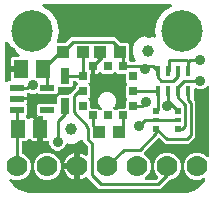
<source format=gbr>
G04 EAGLE Gerber RS-274X export*
G75*
%MOMM*%
%FSLAX34Y34*%
%LPD*%
%INTop Copper*%
%IPPOS*%
%AMOC8*
5,1,8,0,0,1.08239X$1,22.5*%
G01*
%ADD10C,3.516000*%
%ADD11C,1.000000*%
%ADD12R,1.240000X1.500000*%
%ADD13R,1.200000X0.550000*%
%ADD14R,1.075000X1.000000*%
%ADD15R,0.450000X0.900000*%
%ADD16R,0.500000X0.500000*%
%ADD17R,0.500000X0.400000*%
%ADD18R,0.650000X0.700000*%
%ADD19R,0.650000X0.650000*%
%ADD20R,0.800000X1.350000*%
%ADD21C,1.778000*%
%ADD22C,0.906400*%
%ADD23C,0.254000*%

G36*
X150961Y2551D02*
X150961Y2551D01*
X151044Y2552D01*
X151118Y2571D01*
X151141Y2574D01*
X152416Y2541D01*
X152426Y2542D01*
X152449Y2541D01*
X152521Y2541D01*
X152539Y2543D01*
X152588Y2543D01*
X155850Y2715D01*
X155918Y2727D01*
X155987Y2730D01*
X156144Y2766D01*
X162431Y4632D01*
X162540Y4680D01*
X162651Y4721D01*
X162704Y4752D01*
X162722Y4760D01*
X162738Y4773D01*
X162790Y4803D01*
X168193Y8521D01*
X168281Y8600D01*
X168375Y8673D01*
X168415Y8719D01*
X168430Y8733D01*
X168442Y8750D01*
X168481Y8795D01*
X171928Y13293D01*
X172001Y13418D01*
X172078Y13542D01*
X172082Y13555D01*
X172089Y13567D01*
X172128Y13707D01*
X172171Y13846D01*
X172172Y13860D01*
X172176Y13873D01*
X172179Y14019D01*
X172186Y14164D01*
X172184Y14177D01*
X172184Y14191D01*
X172151Y14334D01*
X172122Y14475D01*
X172116Y14487D01*
X172113Y14501D01*
X172046Y14631D01*
X171982Y14761D01*
X171973Y14771D01*
X171967Y14784D01*
X171871Y14892D01*
X171776Y15003D01*
X171765Y15011D01*
X171755Y15021D01*
X171634Y15103D01*
X171516Y15186D01*
X171503Y15191D01*
X171491Y15199D01*
X171354Y15247D01*
X171219Y15299D01*
X171205Y15300D01*
X171192Y15305D01*
X171048Y15318D01*
X170902Y15334D01*
X170889Y15332D01*
X170875Y15333D01*
X170732Y15310D01*
X170588Y15289D01*
X170570Y15283D01*
X170561Y15282D01*
X170545Y15275D01*
X170435Y15237D01*
X167374Y13969D01*
X162826Y13969D01*
X158625Y15709D01*
X155409Y18925D01*
X153669Y23126D01*
X153669Y27674D01*
X155409Y31875D01*
X158625Y35091D01*
X162826Y36831D01*
X167374Y36831D01*
X171575Y35091D01*
X173093Y33573D01*
X173202Y33488D01*
X173309Y33399D01*
X173328Y33390D01*
X173344Y33378D01*
X173472Y33323D01*
X173597Y33264D01*
X173617Y33260D01*
X173636Y33252D01*
X173774Y33230D01*
X173910Y33204D01*
X173930Y33205D01*
X173950Y33202D01*
X174089Y33215D01*
X174227Y33224D01*
X174246Y33230D01*
X174266Y33232D01*
X174398Y33279D01*
X174529Y33322D01*
X174547Y33332D01*
X174566Y33339D01*
X174681Y33417D01*
X174798Y33492D01*
X174812Y33506D01*
X174829Y33518D01*
X174921Y33622D01*
X175016Y33723D01*
X175026Y33741D01*
X175039Y33756D01*
X175103Y33880D01*
X175170Y34002D01*
X175175Y34021D01*
X175184Y34039D01*
X175214Y34175D01*
X175249Y34310D01*
X175251Y34338D01*
X175254Y34350D01*
X175253Y34370D01*
X175259Y34470D01*
X175259Y92343D01*
X175242Y92481D01*
X175229Y92619D01*
X175222Y92638D01*
X175219Y92658D01*
X175168Y92788D01*
X175121Y92918D01*
X175110Y92935D01*
X175102Y92954D01*
X175021Y93066D01*
X174943Y93181D01*
X174927Y93195D01*
X174916Y93211D01*
X174808Y93300D01*
X174704Y93392D01*
X174686Y93401D01*
X174671Y93414D01*
X174545Y93473D01*
X174421Y93537D01*
X174401Y93541D01*
X174383Y93550D01*
X174246Y93576D01*
X174111Y93606D01*
X174090Y93606D01*
X174071Y93609D01*
X173932Y93601D01*
X173793Y93597D01*
X173773Y93591D01*
X173753Y93590D01*
X173621Y93547D01*
X173487Y93508D01*
X173470Y93498D01*
X173451Y93492D01*
X173333Y93417D01*
X173213Y93347D01*
X173192Y93328D01*
X173182Y93321D01*
X173168Y93306D01*
X173093Y93240D01*
X171646Y91794D01*
X169047Y90717D01*
X166233Y90717D01*
X164326Y91507D01*
X164278Y91520D01*
X164233Y91542D01*
X164125Y91562D01*
X164019Y91591D01*
X163969Y91592D01*
X163920Y91601D01*
X163811Y91595D01*
X163701Y91596D01*
X163653Y91585D01*
X163603Y91582D01*
X163499Y91548D01*
X163392Y91522D01*
X163348Y91499D01*
X163301Y91484D01*
X163208Y91425D01*
X163111Y91373D01*
X163074Y91340D01*
X163032Y91313D01*
X162957Y91234D01*
X162875Y91160D01*
X162848Y91118D01*
X162814Y91082D01*
X162761Y90986D01*
X162701Y90894D01*
X162684Y90847D01*
X162660Y90803D01*
X162633Y90697D01*
X162597Y90593D01*
X162593Y90543D01*
X162581Y90495D01*
X162571Y90335D01*
X162571Y83738D01*
X162447Y83613D01*
X162374Y83519D01*
X162295Y83430D01*
X162276Y83394D01*
X162252Y83362D01*
X162204Y83253D01*
X162150Y83147D01*
X162141Y83108D01*
X162125Y83070D01*
X162107Y82952D01*
X162081Y82837D01*
X162082Y82796D01*
X162075Y82756D01*
X162087Y82638D01*
X162090Y82519D01*
X162101Y82480D01*
X162105Y82440D01*
X162145Y82328D01*
X162179Y82213D01*
X162199Y82178D01*
X162213Y82140D01*
X162280Y82042D01*
X162340Y81939D01*
X162380Y81894D01*
X162391Y81877D01*
X162407Y81864D01*
X162447Y81818D01*
X163323Y80942D01*
X163323Y49984D01*
X160719Y47380D01*
X160719Y47379D01*
X160393Y47053D01*
X157788Y44449D01*
X138132Y44449D01*
X133617Y48963D01*
X133523Y49036D01*
X133434Y49115D01*
X133398Y49133D01*
X133366Y49158D01*
X133257Y49206D01*
X133151Y49260D01*
X133112Y49269D01*
X133074Y49285D01*
X132957Y49303D01*
X132841Y49329D01*
X132800Y49328D01*
X132760Y49334D01*
X132642Y49323D01*
X132523Y49320D01*
X132484Y49308D01*
X132444Y49305D01*
X132331Y49264D01*
X132217Y49231D01*
X132182Y49211D01*
X132144Y49197D01*
X132046Y49130D01*
X131943Y49070D01*
X131898Y49030D01*
X131881Y49018D01*
X131868Y49003D01*
X131822Y48963D01*
X120539Y37680D01*
X120120Y37261D01*
X120090Y37222D01*
X120053Y37189D01*
X119993Y37097D01*
X119925Y37010D01*
X119906Y36964D01*
X119878Y36923D01*
X119843Y36819D01*
X119799Y36718D01*
X119791Y36669D01*
X119775Y36622D01*
X119766Y36513D01*
X119749Y36404D01*
X119754Y36355D01*
X119750Y36305D01*
X119769Y36197D01*
X119779Y36087D01*
X119796Y36041D01*
X119804Y35992D01*
X119849Y35892D01*
X119887Y35788D01*
X119915Y35747D01*
X119935Y35702D01*
X120003Y35616D01*
X120065Y35525D01*
X120103Y35492D01*
X120134Y35453D01*
X120221Y35387D01*
X120304Y35314D01*
X120348Y35292D01*
X120388Y35262D01*
X120532Y35191D01*
X120775Y35091D01*
X123991Y31875D01*
X125731Y27674D01*
X125731Y23126D01*
X123991Y18925D01*
X121203Y16137D01*
X121118Y16028D01*
X121029Y15921D01*
X121020Y15902D01*
X121008Y15886D01*
X120953Y15758D01*
X120894Y15633D01*
X120890Y15613D01*
X120882Y15594D01*
X120860Y15456D01*
X120834Y15320D01*
X120835Y15300D01*
X120832Y15280D01*
X120845Y15141D01*
X120854Y15003D01*
X120860Y14984D01*
X120862Y14964D01*
X120909Y14832D01*
X120952Y14701D01*
X120962Y14683D01*
X120969Y14664D01*
X121047Y14549D01*
X121122Y14432D01*
X121136Y14418D01*
X121148Y14401D01*
X121252Y14309D01*
X121353Y14214D01*
X121371Y14204D01*
X121386Y14191D01*
X121510Y14127D01*
X121632Y14060D01*
X121651Y14055D01*
X121669Y14046D01*
X121805Y14016D01*
X121940Y13981D01*
X121968Y13979D01*
X121980Y13976D01*
X122000Y13977D01*
X122100Y13971D01*
X129976Y13971D01*
X130074Y13983D01*
X130173Y13986D01*
X130231Y14003D01*
X130291Y14011D01*
X130383Y14047D01*
X130479Y14075D01*
X130531Y14105D01*
X130587Y14128D01*
X130667Y14186D01*
X130752Y14236D01*
X130828Y14302D01*
X130844Y14314D01*
X130852Y14324D01*
X130873Y14342D01*
X131835Y15304D01*
X131908Y15399D01*
X131987Y15488D01*
X132005Y15524D01*
X132030Y15556D01*
X132077Y15665D01*
X132132Y15771D01*
X132140Y15810D01*
X132156Y15847D01*
X132175Y15965D01*
X132201Y16081D01*
X132200Y16122D01*
X132206Y16162D01*
X132195Y16280D01*
X132192Y16399D01*
X132180Y16438D01*
X132176Y16478D01*
X132136Y16590D01*
X132103Y16705D01*
X132083Y16739D01*
X132069Y16777D01*
X132002Y16876D01*
X131942Y16979D01*
X131902Y17024D01*
X131890Y17041D01*
X131875Y17054D01*
X131835Y17099D01*
X130009Y18925D01*
X128269Y23126D01*
X128269Y27674D01*
X130009Y31875D01*
X133225Y35091D01*
X137426Y36831D01*
X141974Y36831D01*
X146175Y35091D01*
X149391Y31875D01*
X151131Y27674D01*
X151131Y23126D01*
X149391Y18925D01*
X146175Y15709D01*
X141974Y13969D01*
X141804Y13969D01*
X141706Y13957D01*
X141607Y13954D01*
X141549Y13937D01*
X141489Y13929D01*
X141397Y13893D01*
X141301Y13865D01*
X141249Y13835D01*
X141193Y13812D01*
X141113Y13754D01*
X141028Y13704D01*
X140952Y13638D01*
X140936Y13626D01*
X140933Y13622D01*
X140930Y13620D01*
X140924Y13613D01*
X140907Y13598D01*
X133658Y6349D01*
X82242Y6349D01*
X72271Y16320D01*
X72255Y16332D01*
X72243Y16347D01*
X72130Y16429D01*
X72020Y16515D01*
X72002Y16523D01*
X71986Y16534D01*
X71856Y16586D01*
X71728Y16641D01*
X71708Y16644D01*
X71690Y16651D01*
X71552Y16669D01*
X71414Y16691D01*
X71394Y16689D01*
X71375Y16692D01*
X71236Y16674D01*
X71097Y16661D01*
X71079Y16655D01*
X71059Y16652D01*
X70929Y16601D01*
X70798Y16554D01*
X70782Y16543D01*
X70763Y16535D01*
X70627Y16449D01*
X69491Y15623D01*
X67888Y14807D01*
X66177Y14251D01*
X65999Y14223D01*
X65999Y24170D01*
X65984Y24288D01*
X65977Y24407D01*
X65964Y24445D01*
X65959Y24485D01*
X65916Y24596D01*
X65879Y24709D01*
X65857Y24743D01*
X65842Y24781D01*
X65773Y24877D01*
X65709Y24978D01*
X65679Y25006D01*
X65656Y25038D01*
X65564Y25114D01*
X65477Y25196D01*
X65442Y25215D01*
X65411Y25241D01*
X65303Y25292D01*
X65199Y25349D01*
X65159Y25359D01*
X65123Y25377D01*
X65016Y25397D01*
X65046Y25401D01*
X65156Y25445D01*
X65269Y25481D01*
X65304Y25503D01*
X65341Y25518D01*
X65437Y25588D01*
X65538Y25651D01*
X65566Y25681D01*
X65599Y25705D01*
X65675Y25796D01*
X65756Y25883D01*
X65776Y25918D01*
X65801Y25950D01*
X65852Y26057D01*
X65910Y26162D01*
X65920Y26201D01*
X65937Y26237D01*
X65959Y26354D01*
X65989Y26470D01*
X65993Y26530D01*
X65997Y26550D01*
X65995Y26570D01*
X65997Y26576D01*
X65996Y26583D01*
X65999Y26630D01*
X65999Y36577D01*
X66177Y36549D01*
X67888Y35993D01*
X69491Y35176D01*
X70374Y34535D01*
X70409Y34516D01*
X70439Y34490D01*
X70548Y34439D01*
X70653Y34382D01*
X70691Y34372D01*
X70727Y34355D01*
X70845Y34332D01*
X70961Y34303D01*
X71000Y34303D01*
X71040Y34295D01*
X71159Y34303D01*
X71279Y34302D01*
X71317Y34312D01*
X71357Y34315D01*
X71471Y34352D01*
X71587Y34381D01*
X71622Y34401D01*
X71659Y34413D01*
X71761Y34477D01*
X71865Y34535D01*
X71894Y34562D01*
X71928Y34583D01*
X72010Y34670D01*
X72097Y34752D01*
X72119Y34786D01*
X72146Y34815D01*
X72204Y34919D01*
X72268Y35020D01*
X72280Y35058D01*
X72300Y35093D01*
X72329Y35209D01*
X72367Y35323D01*
X72369Y35363D01*
X72379Y35401D01*
X72389Y35562D01*
X72389Y42346D01*
X72377Y42444D01*
X72374Y42543D01*
X72357Y42601D01*
X72349Y42661D01*
X72313Y42753D01*
X72285Y42849D01*
X72255Y42901D01*
X72232Y42957D01*
X72174Y43037D01*
X72124Y43122D01*
X72058Y43198D01*
X72046Y43214D01*
X72036Y43222D01*
X72018Y43243D01*
X68557Y46704D01*
X68549Y46786D01*
X68542Y46805D01*
X68539Y46825D01*
X68488Y46954D01*
X68441Y47085D01*
X68430Y47102D01*
X68422Y47121D01*
X68341Y47233D01*
X68263Y47349D01*
X68247Y47362D01*
X68236Y47378D01*
X68128Y47467D01*
X68024Y47559D01*
X68006Y47568D01*
X67991Y47581D01*
X67865Y47640D01*
X67741Y47704D01*
X67721Y47708D01*
X67703Y47717D01*
X67566Y47743D01*
X67431Y47773D01*
X67410Y47773D01*
X67391Y47776D01*
X67252Y47768D01*
X67113Y47764D01*
X67093Y47758D01*
X67073Y47757D01*
X66941Y47714D01*
X66807Y47675D01*
X66790Y47665D01*
X66771Y47659D01*
X66653Y47584D01*
X66533Y47514D01*
X66512Y47495D01*
X66502Y47489D01*
X66488Y47474D01*
X66413Y47407D01*
X65524Y46518D01*
X60915Y44609D01*
X55926Y44609D01*
X55613Y44739D01*
X55498Y44770D01*
X55385Y44809D01*
X55345Y44812D01*
X55306Y44823D01*
X55187Y44825D01*
X55068Y44834D01*
X55029Y44827D01*
X54988Y44828D01*
X54872Y44800D01*
X54755Y44780D01*
X54718Y44763D01*
X54679Y44754D01*
X54574Y44698D01*
X54465Y44649D01*
X54434Y44624D01*
X54398Y44605D01*
X54310Y44525D01*
X54217Y44450D01*
X54192Y44418D01*
X54162Y44391D01*
X54097Y44291D01*
X54025Y44196D01*
X53999Y44142D01*
X53988Y44125D01*
X53981Y44106D01*
X53955Y44052D01*
X52986Y41714D01*
X50996Y39724D01*
X48397Y38647D01*
X45583Y38647D01*
X42984Y39724D01*
X40994Y41714D01*
X39917Y44313D01*
X39917Y45840D01*
X39902Y45958D01*
X39895Y46077D01*
X39882Y46115D01*
X39877Y46156D01*
X39834Y46266D01*
X39797Y46379D01*
X39775Y46414D01*
X39760Y46451D01*
X39691Y46547D01*
X39627Y46648D01*
X39597Y46676D01*
X39574Y46709D01*
X39482Y46785D01*
X39395Y46866D01*
X39360Y46886D01*
X39329Y46911D01*
X39221Y46962D01*
X39117Y47020D01*
X39077Y47030D01*
X39041Y47047D01*
X38924Y47069D01*
X38809Y47099D01*
X38749Y47103D01*
X38729Y47107D01*
X38708Y47105D01*
X38648Y47109D01*
X34899Y47109D01*
X34899Y55880D01*
X34884Y55998D01*
X34877Y56117D01*
X34864Y56155D01*
X34859Y56195D01*
X34815Y56306D01*
X34779Y56419D01*
X34757Y56454D01*
X34742Y56491D01*
X34672Y56587D01*
X34609Y56688D01*
X34579Y56716D01*
X34555Y56748D01*
X34464Y56824D01*
X34377Y56906D01*
X34342Y56925D01*
X34310Y56951D01*
X34203Y57002D01*
X34099Y57059D01*
X34059Y57070D01*
X34023Y57087D01*
X33906Y57109D01*
X33791Y57139D01*
X33730Y57143D01*
X33710Y57147D01*
X33690Y57145D01*
X33630Y57149D01*
X31090Y57149D01*
X30972Y57134D01*
X30853Y57127D01*
X30815Y57114D01*
X30775Y57109D01*
X30664Y57065D01*
X30551Y57029D01*
X30516Y57007D01*
X30479Y56992D01*
X30383Y56922D01*
X30282Y56859D01*
X30254Y56829D01*
X30221Y56805D01*
X30146Y56714D01*
X30064Y56627D01*
X30044Y56592D01*
X30019Y56560D01*
X29968Y56453D01*
X29910Y56349D01*
X29900Y56309D01*
X29883Y56273D01*
X29861Y56156D01*
X29831Y56041D01*
X29827Y55980D01*
X29823Y55960D01*
X29825Y55940D01*
X29824Y55934D01*
X29823Y55930D01*
X29824Y55925D01*
X29821Y55880D01*
X29821Y47109D01*
X25826Y47109D01*
X25179Y47282D01*
X24600Y47617D01*
X24127Y48090D01*
X24027Y48264D01*
X23950Y48364D01*
X23880Y48468D01*
X23855Y48490D01*
X23834Y48517D01*
X23736Y48595D01*
X23642Y48678D01*
X23612Y48694D01*
X23585Y48715D01*
X23470Y48766D01*
X23358Y48823D01*
X23325Y48830D01*
X23295Y48844D01*
X23170Y48865D01*
X23048Y48893D01*
X23014Y48892D01*
X22981Y48897D01*
X22856Y48887D01*
X22730Y48883D01*
X22698Y48874D01*
X22664Y48871D01*
X22545Y48830D01*
X22425Y48795D01*
X22396Y48778D01*
X22364Y48766D01*
X22259Y48697D01*
X22151Y48633D01*
X22114Y48601D01*
X22099Y48591D01*
X22084Y48575D01*
X22030Y48527D01*
X20612Y47109D01*
X17780Y47109D01*
X17662Y47094D01*
X17543Y47087D01*
X17505Y47074D01*
X17464Y47069D01*
X17354Y47026D01*
X17241Y46989D01*
X17206Y46967D01*
X17169Y46952D01*
X17073Y46883D01*
X16972Y46819D01*
X16944Y46789D01*
X16911Y46766D01*
X16835Y46674D01*
X16754Y46587D01*
X16734Y46552D01*
X16709Y46521D01*
X16658Y46413D01*
X16600Y46309D01*
X16590Y46269D01*
X16573Y46233D01*
X16551Y46116D01*
X16521Y46001D01*
X16517Y45941D01*
X16513Y45921D01*
X16515Y45900D01*
X16511Y45840D01*
X16511Y37042D01*
X16514Y37013D01*
X16512Y36983D01*
X16534Y36856D01*
X16551Y36727D01*
X16561Y36699D01*
X16566Y36670D01*
X16620Y36552D01*
X16668Y36431D01*
X16685Y36407D01*
X16697Y36380D01*
X16778Y36279D01*
X16854Y36174D01*
X16877Y36155D01*
X16896Y36132D01*
X16999Y36054D01*
X17099Y35971D01*
X17126Y35958D01*
X17150Y35940D01*
X17294Y35870D01*
X19175Y35091D01*
X22391Y31875D01*
X24131Y27674D01*
X24131Y23126D01*
X22391Y18925D01*
X19175Y15709D01*
X14974Y13969D01*
X10426Y13969D01*
X7935Y15001D01*
X7810Y15035D01*
X7687Y15075D01*
X7657Y15077D01*
X7628Y15085D01*
X7499Y15087D01*
X7370Y15096D01*
X7340Y15090D01*
X7310Y15090D01*
X7184Y15060D01*
X7057Y15036D01*
X7030Y15023D01*
X7001Y15016D01*
X6886Y14956D01*
X6769Y14901D01*
X6746Y14882D01*
X6719Y14868D01*
X6624Y14781D01*
X6524Y14698D01*
X6506Y14674D01*
X6484Y14654D01*
X6413Y14546D01*
X6337Y14441D01*
X6326Y14413D01*
X6309Y14388D01*
X6267Y14265D01*
X6220Y14146D01*
X6216Y14116D01*
X6206Y14087D01*
X6196Y13958D01*
X6180Y13830D01*
X6183Y13800D01*
X6181Y13770D01*
X6203Y13643D01*
X6219Y13515D01*
X6230Y13486D01*
X6235Y13457D01*
X6288Y13339D01*
X6336Y13219D01*
X6359Y13182D01*
X6366Y13167D01*
X6380Y13150D01*
X6422Y13083D01*
X9107Y9388D01*
X9127Y9366D01*
X9138Y9348D01*
X9184Y9305D01*
X9188Y9301D01*
X9264Y9209D01*
X9310Y9171D01*
X9324Y9156D01*
X9342Y9145D01*
X9388Y9107D01*
X14596Y5322D01*
X14852Y5136D01*
X14956Y5079D01*
X15056Y5015D01*
X15113Y4993D01*
X15131Y4983D01*
X15151Y4978D01*
X15206Y4956D01*
X21630Y2869D01*
X21698Y2856D01*
X21764Y2833D01*
X21923Y2810D01*
X25300Y2545D01*
X25322Y2546D01*
X25400Y2541D01*
X150879Y2541D01*
X150961Y2551D01*
G37*
G36*
X112008Y113728D02*
X112008Y113728D01*
X112146Y113741D01*
X112165Y113748D01*
X112185Y113751D01*
X112315Y113802D01*
X112445Y113849D01*
X112462Y113860D01*
X112481Y113868D01*
X112593Y113949D01*
X112709Y114027D01*
X112722Y114043D01*
X112738Y114054D01*
X112827Y114162D01*
X112919Y114266D01*
X112928Y114284D01*
X112941Y114299D01*
X113000Y114425D01*
X113064Y114549D01*
X113068Y114569D01*
X113077Y114587D01*
X113103Y114723D01*
X113133Y114859D01*
X113133Y114880D01*
X113136Y114899D01*
X113128Y115038D01*
X113124Y115177D01*
X113118Y115197D01*
X113117Y115217D01*
X113074Y115349D01*
X113035Y115483D01*
X113025Y115500D01*
X113019Y115519D01*
X112944Y115637D01*
X112874Y115757D01*
X112855Y115778D01*
X112849Y115788D01*
X112834Y115802D01*
X112767Y115878D01*
X112558Y116086D01*
X110649Y120695D01*
X110649Y125685D01*
X112558Y130294D01*
X116086Y133822D01*
X120695Y135731D01*
X125685Y135731D01*
X128753Y134460D01*
X128768Y134456D01*
X128781Y134449D01*
X128921Y134414D01*
X129060Y134376D01*
X129075Y134375D01*
X129089Y134372D01*
X129234Y134373D01*
X129378Y134371D01*
X129393Y134374D01*
X129407Y134374D01*
X129546Y134411D01*
X129687Y134445D01*
X129701Y134452D01*
X129715Y134455D01*
X129840Y134526D01*
X129969Y134593D01*
X129979Y134603D01*
X129992Y134611D01*
X130097Y134710D01*
X130204Y134807D01*
X130212Y134820D01*
X130223Y134830D01*
X130299Y134952D01*
X130379Y135073D01*
X130383Y135087D01*
X130391Y135100D01*
X130435Y135237D01*
X130482Y135374D01*
X130483Y135389D01*
X130488Y135403D01*
X130496Y135547D01*
X130507Y135691D01*
X130505Y135706D01*
X130505Y135720D01*
X130484Y135880D01*
X129724Y139700D01*
X131450Y148378D01*
X136366Y155734D01*
X143101Y160235D01*
X143180Y160303D01*
X143265Y160364D01*
X143300Y160407D01*
X143341Y160443D01*
X143401Y160529D01*
X143467Y160609D01*
X143491Y160659D01*
X143522Y160705D01*
X143558Y160803D01*
X143603Y160897D01*
X143613Y160951D01*
X143632Y161003D01*
X143643Y161107D01*
X143663Y161210D01*
X143659Y161265D01*
X143665Y161319D01*
X143649Y161423D01*
X143643Y161527D01*
X143626Y161579D01*
X143618Y161634D01*
X143577Y161730D01*
X143545Y161829D01*
X143515Y161876D01*
X143494Y161927D01*
X143431Y162010D01*
X143375Y162098D01*
X143335Y162136D01*
X143301Y162180D01*
X143219Y162245D01*
X143143Y162316D01*
X143095Y162343D01*
X143052Y162377D01*
X142956Y162419D01*
X142865Y162470D01*
X142811Y162483D01*
X142761Y162506D01*
X142658Y162523D01*
X142557Y162549D01*
X142469Y162555D01*
X142447Y162558D01*
X142432Y162557D01*
X142396Y162559D01*
X35404Y162559D01*
X35300Y162546D01*
X35196Y162542D01*
X35143Y162526D01*
X35089Y162519D01*
X34992Y162481D01*
X34891Y162451D01*
X34844Y162423D01*
X34793Y162402D01*
X34708Y162341D01*
X34619Y162287D01*
X34580Y162248D01*
X34536Y162216D01*
X34469Y162135D01*
X34396Y162061D01*
X34368Y162013D01*
X34333Y161971D01*
X34288Y161876D01*
X34236Y161786D01*
X34221Y161733D01*
X34197Y161683D01*
X34178Y161580D01*
X34149Y161480D01*
X34148Y161425D01*
X34137Y161371D01*
X34144Y161266D01*
X34141Y161162D01*
X34154Y161108D01*
X34157Y161053D01*
X34189Y160954D01*
X34213Y160852D01*
X34238Y160803D01*
X34255Y160751D01*
X34311Y160662D01*
X34359Y160570D01*
X34396Y160528D01*
X34425Y160482D01*
X34501Y160410D01*
X34571Y160332D01*
X34641Y160279D01*
X34657Y160264D01*
X34670Y160257D01*
X34699Y160235D01*
X41434Y155734D01*
X46350Y148378D01*
X48076Y139700D01*
X46341Y130978D01*
X46335Y130893D01*
X46319Y130810D01*
X46324Y130736D01*
X46318Y130660D01*
X46334Y130577D01*
X46339Y130493D01*
X46362Y130422D01*
X46375Y130348D01*
X46411Y130271D01*
X46437Y130191D01*
X46477Y130127D01*
X46509Y130059D01*
X46562Y129993D01*
X46607Y129922D01*
X46662Y129870D01*
X46709Y129812D01*
X46777Y129762D01*
X46839Y129704D01*
X46904Y129668D01*
X46965Y129623D01*
X47043Y129591D01*
X47117Y129550D01*
X47190Y129532D01*
X47260Y129503D01*
X47343Y129492D01*
X47425Y129471D01*
X47566Y129462D01*
X47575Y129461D01*
X47578Y129461D01*
X47586Y129461D01*
X52816Y129461D01*
X52914Y129473D01*
X53013Y129476D01*
X53071Y129493D01*
X53131Y129501D01*
X53223Y129537D01*
X53319Y129565D01*
X53371Y129595D01*
X53427Y129618D01*
X53507Y129676D01*
X53592Y129726D01*
X53668Y129792D01*
X53684Y129804D01*
X53687Y129808D01*
X53689Y129809D01*
X53695Y129817D01*
X53713Y129832D01*
X58502Y134621D01*
X95558Y134621D01*
X100347Y129832D01*
X100425Y129772D01*
X100497Y129704D01*
X100550Y129675D01*
X100598Y129638D01*
X100689Y129598D01*
X100776Y129550D01*
X100834Y129535D01*
X100890Y129511D01*
X100988Y129496D01*
X101084Y129471D01*
X101184Y129465D01*
X101204Y129461D01*
X101216Y129463D01*
X101244Y129461D01*
X106367Y129461D01*
X107856Y127972D01*
X107856Y115740D01*
X107812Y115653D01*
X107803Y115614D01*
X107787Y115577D01*
X107768Y115459D01*
X107742Y115343D01*
X107743Y115303D01*
X107737Y115263D01*
X107748Y115144D01*
X107752Y115025D01*
X107763Y114986D01*
X107767Y114946D01*
X107807Y114834D01*
X107840Y114720D01*
X107861Y114685D01*
X107874Y114647D01*
X107941Y114548D01*
X108002Y114446D01*
X108042Y114401D01*
X108053Y114384D01*
X108068Y114370D01*
X108108Y114325D01*
X108351Y114082D01*
X108429Y114022D01*
X108501Y113954D01*
X108554Y113925D01*
X108602Y113888D01*
X108693Y113848D01*
X108780Y113800D01*
X108838Y113785D01*
X108894Y113761D01*
X108992Y113746D01*
X109087Y113721D01*
X109187Y113715D01*
X109208Y113711D01*
X109220Y113713D01*
X109248Y113711D01*
X111870Y113711D01*
X112008Y113728D01*
G37*
G36*
X96043Y72806D02*
X96043Y72806D01*
X96162Y72809D01*
X96201Y72821D01*
X96241Y72824D01*
X96353Y72865D01*
X96468Y72898D01*
X96503Y72918D01*
X96541Y72932D01*
X96639Y72999D01*
X96742Y73059D01*
X96787Y73099D01*
X96804Y73111D01*
X96817Y73126D01*
X96863Y73166D01*
X97888Y74191D01*
X103430Y74191D01*
X103548Y74206D01*
X103667Y74213D01*
X103705Y74226D01*
X103746Y74231D01*
X103856Y74274D01*
X103969Y74311D01*
X104004Y74333D01*
X104041Y74348D01*
X104137Y74417D01*
X104238Y74481D01*
X104266Y74511D01*
X104299Y74534D01*
X104375Y74626D01*
X104456Y74713D01*
X104476Y74748D01*
X104501Y74779D01*
X104552Y74887D01*
X104610Y74991D01*
X104620Y75031D01*
X104637Y75067D01*
X104659Y75184D01*
X104689Y75299D01*
X104693Y75359D01*
X104697Y75379D01*
X104695Y75400D01*
X104699Y75460D01*
X104699Y80752D01*
X105599Y81653D01*
X105672Y81747D01*
X105751Y81836D01*
X105769Y81872D01*
X105794Y81904D01*
X105842Y82013D01*
X105896Y82119D01*
X105905Y82158D01*
X105921Y82196D01*
X105939Y82313D01*
X105965Y82429D01*
X105964Y82470D01*
X105970Y82510D01*
X105959Y82628D01*
X105956Y82747D01*
X105944Y82786D01*
X105941Y82826D01*
X105900Y82938D01*
X105867Y83053D01*
X105847Y83088D01*
X105833Y83126D01*
X105766Y83224D01*
X105706Y83327D01*
X105666Y83372D01*
X105654Y83389D01*
X105639Y83402D01*
X105599Y83448D01*
X104699Y84348D01*
X104699Y93452D01*
X105599Y94353D01*
X105672Y94447D01*
X105751Y94536D01*
X105769Y94572D01*
X105794Y94604D01*
X105842Y94713D01*
X105896Y94819D01*
X105905Y94858D01*
X105921Y94896D01*
X105939Y95013D01*
X105965Y95129D01*
X105964Y95170D01*
X105970Y95210D01*
X105959Y95328D01*
X105956Y95447D01*
X105944Y95486D01*
X105941Y95526D01*
X105900Y95638D01*
X105867Y95753D01*
X105847Y95788D01*
X105833Y95826D01*
X105766Y95924D01*
X105706Y96027D01*
X105666Y96072D01*
X105654Y96089D01*
X105639Y96102D01*
X105599Y96148D01*
X104699Y97048D01*
X104699Y102590D01*
X104684Y102708D01*
X104677Y102827D01*
X104664Y102865D01*
X104659Y102906D01*
X104616Y103016D01*
X104579Y103129D01*
X104557Y103164D01*
X104542Y103201D01*
X104473Y103297D01*
X104409Y103398D01*
X104379Y103426D01*
X104356Y103459D01*
X104264Y103535D01*
X104177Y103616D01*
X104142Y103636D01*
X104111Y103661D01*
X104003Y103712D01*
X103899Y103770D01*
X103859Y103780D01*
X103823Y103797D01*
X103706Y103819D01*
X103591Y103849D01*
X103531Y103853D01*
X103511Y103857D01*
X103490Y103855D01*
X103430Y103859D01*
X97888Y103859D01*
X96738Y105009D01*
X96648Y105079D01*
X96618Y105107D01*
X96612Y105110D01*
X96554Y105161D01*
X96518Y105180D01*
X96486Y105204D01*
X96377Y105252D01*
X96271Y105306D01*
X96232Y105315D01*
X96194Y105331D01*
X96077Y105349D01*
X95961Y105375D01*
X95920Y105374D01*
X95880Y105380D01*
X95762Y105369D01*
X95643Y105366D01*
X95604Y105354D01*
X95564Y105351D01*
X95451Y105310D01*
X95337Y105277D01*
X95303Y105257D01*
X95264Y105243D01*
X95166Y105176D01*
X95063Y105116D01*
X95018Y105076D01*
X95001Y105064D01*
X94988Y105049D01*
X94943Y105009D01*
X93792Y103859D01*
X85188Y103859D01*
X84024Y105023D01*
X83929Y105096D01*
X83918Y105107D01*
X83914Y105109D01*
X83829Y105183D01*
X83799Y105198D01*
X83772Y105218D01*
X83657Y105268D01*
X83544Y105324D01*
X83511Y105331D01*
X83481Y105344D01*
X83356Y105364D01*
X83233Y105390D01*
X83200Y105389D01*
X83167Y105394D01*
X83041Y105382D01*
X82915Y105377D01*
X82883Y105368D01*
X82850Y105364D01*
X82731Y105322D01*
X82611Y105285D01*
X82582Y105268D01*
X82551Y105257D01*
X82446Y105186D01*
X82338Y105121D01*
X82315Y105097D01*
X82287Y105078D01*
X82204Y104984D01*
X82116Y104894D01*
X82094Y104861D01*
X81600Y104367D01*
X81021Y104032D01*
X80374Y103859D01*
X78414Y103859D01*
X78414Y109545D01*
X78399Y109663D01*
X78392Y109782D01*
X78379Y109820D01*
X78374Y109860D01*
X78331Y109971D01*
X78294Y110084D01*
X78272Y110118D01*
X78257Y110156D01*
X78188Y110252D01*
X78124Y110353D01*
X78094Y110381D01*
X78071Y110413D01*
X77979Y110489D01*
X77892Y110571D01*
X77857Y110590D01*
X77826Y110616D01*
X77718Y110667D01*
X77614Y110724D01*
X77574Y110734D01*
X77538Y110752D01*
X77421Y110774D01*
X77306Y110804D01*
X77246Y110808D01*
X77226Y110811D01*
X77205Y110810D01*
X77145Y110814D01*
X76435Y110814D01*
X76317Y110799D01*
X76198Y110792D01*
X76160Y110779D01*
X76119Y110774D01*
X76009Y110730D01*
X75896Y110694D01*
X75861Y110672D01*
X75824Y110657D01*
X75727Y110587D01*
X75627Y110524D01*
X75599Y110494D01*
X75566Y110470D01*
X75490Y110379D01*
X75409Y110292D01*
X75389Y110257D01*
X75364Y110225D01*
X75313Y110118D01*
X75255Y110013D01*
X75245Y109974D01*
X75228Y109938D01*
X75206Y109821D01*
X75176Y109705D01*
X75172Y109645D01*
X75168Y109625D01*
X75170Y109605D01*
X75166Y109545D01*
X75166Y103792D01*
X75124Y103776D01*
X75011Y103739D01*
X74976Y103717D01*
X74939Y103702D01*
X74842Y103632D01*
X74742Y103569D01*
X74714Y103539D01*
X74681Y103516D01*
X74606Y103424D01*
X74524Y103337D01*
X74504Y103302D01*
X74479Y103271D01*
X74428Y103163D01*
X74370Y103059D01*
X74360Y103020D01*
X74343Y102983D01*
X74321Y102866D01*
X74291Y102751D01*
X74287Y102691D01*
X74283Y102671D01*
X74285Y102650D01*
X74281Y102590D01*
X74281Y97048D01*
X73381Y96148D01*
X73308Y96054D01*
X73229Y95964D01*
X73210Y95928D01*
X73186Y95896D01*
X73138Y95787D01*
X73084Y95681D01*
X73075Y95642D01*
X73059Y95604D01*
X73041Y95487D01*
X73015Y95371D01*
X73016Y95330D01*
X73010Y95290D01*
X73021Y95172D01*
X73024Y95053D01*
X73036Y95014D01*
X73039Y94974D01*
X73080Y94861D01*
X73113Y94747D01*
X73133Y94713D01*
X73147Y94674D01*
X73214Y94576D01*
X73274Y94473D01*
X73314Y94428D01*
X73326Y94411D01*
X73341Y94398D01*
X73381Y94353D01*
X74281Y93452D01*
X74281Y84348D01*
X73381Y83448D01*
X73308Y83354D01*
X73229Y83264D01*
X73210Y83228D01*
X73186Y83196D01*
X73138Y83087D01*
X73084Y82981D01*
X73075Y82942D01*
X73059Y82904D01*
X73041Y82787D01*
X73015Y82671D01*
X73016Y82630D01*
X73010Y82590D01*
X73021Y82472D01*
X73024Y82353D01*
X73036Y82314D01*
X73039Y82274D01*
X73080Y82161D01*
X73113Y82047D01*
X73133Y82013D01*
X73147Y81974D01*
X73214Y81876D01*
X73274Y81773D01*
X73314Y81728D01*
X73326Y81711D01*
X73341Y81698D01*
X73381Y81653D01*
X74281Y80752D01*
X74281Y75460D01*
X74296Y75342D01*
X74303Y75223D01*
X74316Y75185D01*
X74321Y75144D01*
X74364Y75034D01*
X74401Y74921D01*
X74423Y74886D01*
X74438Y74849D01*
X74507Y74753D01*
X74571Y74652D01*
X74601Y74624D01*
X74624Y74591D01*
X74716Y74515D01*
X74803Y74434D01*
X74838Y74414D01*
X74869Y74389D01*
X74977Y74338D01*
X75081Y74280D01*
X75121Y74270D01*
X75157Y74253D01*
X75274Y74231D01*
X75389Y74201D01*
X75449Y74197D01*
X75469Y74193D01*
X75490Y74195D01*
X75550Y74191D01*
X81092Y74191D01*
X82118Y73166D01*
X82212Y73093D01*
X82301Y73014D01*
X82337Y72996D01*
X82369Y72971D01*
X82478Y72923D01*
X82584Y72869D01*
X82623Y72860D01*
X82661Y72844D01*
X82778Y72826D01*
X82894Y72800D01*
X82935Y72801D01*
X82975Y72795D01*
X83093Y72806D01*
X83212Y72809D01*
X83251Y72821D01*
X83291Y72824D01*
X83404Y72865D01*
X83518Y72898D01*
X83553Y72918D01*
X83591Y72932D01*
X83689Y72999D01*
X83792Y73059D01*
X83837Y73099D01*
X83854Y73111D01*
X83867Y73126D01*
X83913Y73166D01*
X84039Y73292D01*
X84112Y73386D01*
X84191Y73475D01*
X84209Y73511D01*
X84234Y73543D01*
X84281Y73653D01*
X84335Y73759D01*
X84344Y73798D01*
X84360Y73835D01*
X84379Y73953D01*
X84405Y74069D01*
X84404Y74109D01*
X84410Y74149D01*
X84399Y74268D01*
X84395Y74387D01*
X84384Y74426D01*
X84380Y74466D01*
X84340Y74578D01*
X84307Y74692D01*
X84286Y74727D01*
X84273Y74765D01*
X84206Y74864D01*
X84145Y74966D01*
X84105Y75011D01*
X84094Y75028D01*
X84079Y75042D01*
X84039Y75087D01*
X82597Y76529D01*
X81449Y79300D01*
X81449Y82300D01*
X82597Y85071D01*
X84719Y87193D01*
X87490Y88341D01*
X90490Y88341D01*
X93261Y87193D01*
X95383Y85071D01*
X96531Y82300D01*
X96531Y79300D01*
X95383Y76529D01*
X94441Y75587D01*
X94368Y75493D01*
X94289Y75404D01*
X94271Y75368D01*
X94246Y75336D01*
X94199Y75226D01*
X94145Y75120D01*
X94136Y75081D01*
X94120Y75044D01*
X94101Y74926D01*
X94075Y74810D01*
X94076Y74770D01*
X94070Y74730D01*
X94081Y74611D01*
X94085Y74492D01*
X94096Y74454D01*
X94100Y74413D01*
X94140Y74301D01*
X94173Y74187D01*
X94194Y74152D01*
X94207Y74114D01*
X94274Y74015D01*
X94335Y73913D01*
X94375Y73868D01*
X94386Y73851D01*
X94401Y73837D01*
X94441Y73792D01*
X95068Y73166D01*
X95162Y73093D01*
X95251Y73014D01*
X95287Y72995D01*
X95319Y72971D01*
X95428Y72923D01*
X95534Y72869D01*
X95574Y72860D01*
X95611Y72844D01*
X95728Y72826D01*
X95844Y72800D01*
X95885Y72801D01*
X95925Y72795D01*
X96043Y72806D01*
G37*
G36*
X23012Y65414D02*
X23012Y65414D01*
X23138Y65419D01*
X23170Y65429D01*
X23204Y65432D01*
X23322Y65475D01*
X23442Y65511D01*
X23471Y65528D01*
X23503Y65540D01*
X23607Y65610D01*
X23715Y65675D01*
X23738Y65699D01*
X23766Y65718D01*
X23849Y65812D01*
X23937Y65902D01*
X23964Y65943D01*
X23977Y65957D01*
X23986Y65976D01*
X24027Y66036D01*
X24127Y66210D01*
X24600Y66683D01*
X25179Y67018D01*
X25826Y67191D01*
X28853Y67191D01*
X28991Y67208D01*
X29129Y67221D01*
X29148Y67228D01*
X29168Y67231D01*
X29298Y67282D01*
X29429Y67329D01*
X29445Y67340D01*
X29464Y67348D01*
X29577Y67429D01*
X29692Y67507D01*
X29705Y67523D01*
X29721Y67534D01*
X29810Y67642D01*
X29902Y67746D01*
X29911Y67764D01*
X29924Y67779D01*
X29984Y67905D01*
X30047Y68029D01*
X30051Y68049D01*
X30060Y68067D01*
X30086Y68204D01*
X30116Y68339D01*
X30116Y68360D01*
X30120Y68379D01*
X30111Y68518D01*
X30107Y68657D01*
X30101Y68677D01*
X30100Y68697D01*
X30057Y68829D01*
X30018Y68963D01*
X30008Y68980D01*
X30002Y68999D01*
X29928Y69117D01*
X29860Y69231D01*
X29860Y76852D01*
X31349Y78341D01*
X45530Y78341D01*
X45648Y78356D01*
X45767Y78363D01*
X45805Y78376D01*
X45846Y78381D01*
X45956Y78424D01*
X46069Y78461D01*
X46104Y78483D01*
X46141Y78498D01*
X46237Y78567D01*
X46338Y78631D01*
X46366Y78661D01*
X46399Y78684D01*
X46475Y78776D01*
X46556Y78863D01*
X46576Y78898D01*
X46601Y78929D01*
X46652Y79037D01*
X46710Y79141D01*
X46720Y79181D01*
X46737Y79217D01*
X46759Y79334D01*
X46789Y79449D01*
X46793Y79509D01*
X46797Y79529D01*
X46795Y79550D01*
X46799Y79610D01*
X46799Y84002D01*
X48288Y85491D01*
X55880Y85491D01*
X55998Y85506D01*
X56117Y85513D01*
X56155Y85526D01*
X56196Y85531D01*
X56306Y85574D01*
X56419Y85611D01*
X56454Y85633D01*
X56491Y85648D01*
X56587Y85717D01*
X56688Y85781D01*
X56716Y85811D01*
X56749Y85834D01*
X56825Y85926D01*
X56906Y86013D01*
X56926Y86048D01*
X56951Y86079D01*
X57002Y86187D01*
X57060Y86291D01*
X57070Y86331D01*
X57087Y86367D01*
X57109Y86484D01*
X57139Y86599D01*
X57143Y86659D01*
X57143Y86663D01*
X58087Y87606D01*
X60588Y90107D01*
X62328Y91847D01*
X62388Y91925D01*
X62456Y91997D01*
X62485Y92050D01*
X62522Y92098D01*
X62562Y92189D01*
X62610Y92276D01*
X62625Y92334D01*
X62649Y92390D01*
X62664Y92488D01*
X62689Y92584D01*
X62695Y92684D01*
X62699Y92704D01*
X62697Y92716D01*
X62699Y92744D01*
X62699Y93452D01*
X63599Y94353D01*
X63672Y94447D01*
X63751Y94536D01*
X63769Y94572D01*
X63794Y94604D01*
X63842Y94713D01*
X63896Y94819D01*
X63905Y94858D01*
X63921Y94896D01*
X63939Y95013D01*
X63965Y95129D01*
X63964Y95170D01*
X63970Y95210D01*
X63959Y95328D01*
X63956Y95447D01*
X63944Y95486D01*
X63941Y95526D01*
X63900Y95638D01*
X63867Y95753D01*
X63847Y95788D01*
X63833Y95826D01*
X63766Y95924D01*
X63706Y96027D01*
X63666Y96072D01*
X63654Y96089D01*
X63639Y96102D01*
X63599Y96148D01*
X62329Y97418D01*
X62251Y97478D01*
X62179Y97546D01*
X62126Y97575D01*
X62078Y97612D01*
X61987Y97652D01*
X61900Y97700D01*
X61842Y97715D01*
X61786Y97739D01*
X61688Y97754D01*
X61593Y97779D01*
X61492Y97785D01*
X61472Y97789D01*
X61460Y97787D01*
X61432Y97789D01*
X61150Y97789D01*
X61032Y97774D01*
X60913Y97767D01*
X60875Y97754D01*
X60834Y97749D01*
X60724Y97706D01*
X60611Y97669D01*
X60576Y97647D01*
X60539Y97632D01*
X60443Y97563D01*
X60342Y97499D01*
X60314Y97469D01*
X60281Y97446D01*
X60205Y97354D01*
X60124Y97267D01*
X60104Y97232D01*
X60079Y97201D01*
X60028Y97093D01*
X59970Y96989D01*
X59960Y96949D01*
X59943Y96913D01*
X59921Y96796D01*
X59891Y96681D01*
X59887Y96620D01*
X59883Y96601D01*
X59885Y96580D01*
X59881Y96520D01*
X59881Y93798D01*
X58392Y92309D01*
X48211Y92309D01*
X48093Y92294D01*
X47974Y92287D01*
X47936Y92274D01*
X47895Y92269D01*
X47785Y92226D01*
X47672Y92189D01*
X47637Y92167D01*
X47600Y92152D01*
X47504Y92083D01*
X47403Y92019D01*
X47375Y91989D01*
X47342Y91966D01*
X47266Y91874D01*
X47185Y91787D01*
X47165Y91752D01*
X47140Y91721D01*
X47089Y91613D01*
X47031Y91509D01*
X47021Y91469D01*
X47004Y91433D01*
X46982Y91316D01*
X46952Y91201D01*
X46948Y91141D01*
X46944Y91121D01*
X46946Y91100D01*
X46942Y91040D01*
X46942Y88248D01*
X45453Y86759D01*
X31349Y86759D01*
X30708Y87400D01*
X30685Y87418D01*
X30665Y87441D01*
X30559Y87516D01*
X30457Y87595D01*
X30429Y87607D01*
X30405Y87624D01*
X30284Y87670D01*
X30165Y87721D01*
X30136Y87726D01*
X30108Y87736D01*
X29979Y87751D01*
X29851Y87771D01*
X29821Y87768D01*
X29792Y87772D01*
X29663Y87754D01*
X29534Y87741D01*
X29506Y87731D01*
X29477Y87727D01*
X29325Y87675D01*
X27244Y86813D01*
X24430Y86813D01*
X22527Y87602D01*
X22472Y87617D01*
X22421Y87640D01*
X22319Y87658D01*
X22220Y87686D01*
X22163Y87687D01*
X22108Y87697D01*
X22005Y87689D01*
X21902Y87691D01*
X21847Y87678D01*
X21791Y87674D01*
X21693Y87641D01*
X21593Y87617D01*
X21543Y87590D01*
X21489Y87572D01*
X21403Y87516D01*
X21311Y87468D01*
X21270Y87430D01*
X21222Y87399D01*
X21153Y87324D01*
X21076Y87254D01*
X21045Y87207D01*
X21007Y87165D01*
X20958Y87075D01*
X20901Y86988D01*
X20883Y86935D01*
X20856Y86885D01*
X20832Y86785D01*
X20798Y86687D01*
X20794Y86631D01*
X20780Y86576D01*
X20781Y86474D01*
X20773Y86370D01*
X20783Y86315D01*
X20783Y86258D01*
X20815Y86101D01*
X20940Y85634D01*
X20940Y83924D01*
X12504Y83924D01*
X12386Y83909D01*
X12267Y83902D01*
X12229Y83889D01*
X12189Y83884D01*
X12078Y83841D01*
X11965Y83804D01*
X11931Y83782D01*
X11893Y83767D01*
X11797Y83698D01*
X11696Y83634D01*
X11668Y83604D01*
X11636Y83581D01*
X11560Y83489D01*
X11478Y83402D01*
X11459Y83367D01*
X11433Y83336D01*
X11382Y83228D01*
X11325Y83124D01*
X11315Y83084D01*
X11297Y83048D01*
X11275Y82931D01*
X11245Y82816D01*
X11241Y82756D01*
X11238Y82736D01*
X11239Y82715D01*
X11235Y82655D01*
X11235Y82445D01*
X11250Y82327D01*
X11257Y82208D01*
X11270Y82170D01*
X11275Y82129D01*
X11319Y82019D01*
X11355Y81906D01*
X11377Y81871D01*
X11392Y81834D01*
X11462Y81737D01*
X11525Y81637D01*
X11555Y81609D01*
X11579Y81576D01*
X11670Y81500D01*
X11757Y81419D01*
X11792Y81399D01*
X11824Y81374D01*
X11931Y81323D01*
X12036Y81265D01*
X12075Y81255D01*
X12111Y81238D01*
X12228Y81216D01*
X12344Y81186D01*
X12404Y81182D01*
X12424Y81178D01*
X12444Y81180D01*
X12504Y81176D01*
X20940Y81176D01*
X20940Y79466D01*
X20767Y78819D01*
X20597Y78526D01*
X20553Y78422D01*
X20502Y78322D01*
X20492Y78276D01*
X20474Y78232D01*
X20457Y78121D01*
X20433Y78012D01*
X20434Y77965D01*
X20427Y77918D01*
X20439Y77806D01*
X20442Y77694D01*
X20455Y77648D01*
X20460Y77602D01*
X20500Y77496D01*
X20531Y77388D01*
X20555Y77348D01*
X20571Y77303D01*
X20635Y77211D01*
X20692Y77114D01*
X20740Y77060D01*
X20752Y77042D01*
X20766Y77030D01*
X20799Y76993D01*
X20940Y76852D01*
X20940Y69248D01*
X20645Y68953D01*
X20572Y68859D01*
X20493Y68770D01*
X20475Y68734D01*
X20450Y68702D01*
X20403Y68593D01*
X20349Y68486D01*
X20340Y68447D01*
X20324Y68410D01*
X20305Y68292D01*
X20279Y68176D01*
X20280Y68136D01*
X20274Y68096D01*
X20285Y67977D01*
X20289Y67858D01*
X20300Y67819D01*
X20304Y67779D01*
X20344Y67667D01*
X20377Y67553D01*
X20398Y67518D01*
X20411Y67480D01*
X20478Y67382D01*
X20539Y67279D01*
X20579Y67234D01*
X20590Y67217D01*
X20605Y67203D01*
X20645Y67158D01*
X22030Y65773D01*
X22129Y65696D01*
X22224Y65614D01*
X22255Y65599D01*
X22281Y65578D01*
X22396Y65529D01*
X22509Y65472D01*
X22542Y65465D01*
X22573Y65452D01*
X22697Y65432D01*
X22820Y65406D01*
X22854Y65407D01*
X22887Y65402D01*
X23012Y65414D01*
G37*
%LPC*%
G36*
X35826Y13969D02*
X35826Y13969D01*
X31625Y15709D01*
X28409Y18925D01*
X26669Y23126D01*
X26669Y27674D01*
X28409Y31875D01*
X31625Y35091D01*
X35826Y36831D01*
X40374Y36831D01*
X44575Y35091D01*
X47791Y31875D01*
X49531Y27674D01*
X49531Y23126D01*
X47791Y18925D01*
X44575Y15709D01*
X40374Y13969D01*
X35826Y13969D01*
G37*
%LPD*%
G36*
X3868Y96341D02*
X3868Y96341D01*
X4007Y96345D01*
X4027Y96351D01*
X4047Y96352D01*
X4179Y96395D01*
X4313Y96434D01*
X4330Y96444D01*
X4349Y96450D01*
X4467Y96525D01*
X4587Y96595D01*
X4608Y96614D01*
X4618Y96620D01*
X4632Y96635D01*
X4707Y96702D01*
X5347Y97341D01*
X6363Y97341D01*
X6494Y97357D01*
X6626Y97368D01*
X6652Y97377D01*
X6679Y97381D01*
X6802Y97429D01*
X6927Y97473D01*
X6949Y97488D01*
X6974Y97498D01*
X7081Y97575D01*
X7192Y97649D01*
X7210Y97669D01*
X7232Y97684D01*
X7316Y97786D01*
X7405Y97885D01*
X7417Y97909D01*
X7434Y97929D01*
X7491Y98049D01*
X7552Y98167D01*
X7558Y98193D01*
X7570Y98217D01*
X7595Y98347D01*
X7625Y98476D01*
X7625Y98503D01*
X7630Y98529D01*
X7621Y98661D01*
X7619Y98794D01*
X7612Y98820D01*
X7610Y98847D01*
X7569Y98973D01*
X7534Y99100D01*
X7517Y99135D01*
X7512Y99149D01*
X7500Y99168D01*
X7462Y99245D01*
X7332Y99469D01*
X7159Y100116D01*
X7159Y105411D01*
X14630Y105411D01*
X14748Y105426D01*
X14867Y105433D01*
X14905Y105446D01*
X14945Y105451D01*
X15056Y105494D01*
X15169Y105531D01*
X15204Y105553D01*
X15241Y105568D01*
X15337Y105638D01*
X15438Y105701D01*
X15466Y105731D01*
X15498Y105755D01*
X15574Y105846D01*
X15656Y105933D01*
X15675Y105968D01*
X15701Y105999D01*
X15752Y106107D01*
X15809Y106211D01*
X15820Y106251D01*
X15837Y106287D01*
X15859Y106404D01*
X15889Y106519D01*
X15893Y106579D01*
X15897Y106600D01*
X15895Y106620D01*
X15899Y106680D01*
X15899Y109220D01*
X15884Y109338D01*
X15877Y109457D01*
X15864Y109495D01*
X15859Y109535D01*
X15815Y109646D01*
X15779Y109759D01*
X15757Y109794D01*
X15742Y109831D01*
X15672Y109927D01*
X15609Y110028D01*
X15579Y110056D01*
X15555Y110088D01*
X15464Y110164D01*
X15377Y110246D01*
X15342Y110265D01*
X15310Y110291D01*
X15203Y110342D01*
X15099Y110399D01*
X15059Y110410D01*
X15023Y110427D01*
X14906Y110449D01*
X14791Y110479D01*
X14730Y110483D01*
X14710Y110487D01*
X14690Y110485D01*
X14630Y110489D01*
X7159Y110489D01*
X7159Y115784D01*
X7332Y116431D01*
X7667Y117010D01*
X8140Y117483D01*
X8719Y117818D01*
X9366Y117991D01*
X13675Y117991D01*
X13778Y118004D01*
X13883Y118008D01*
X13936Y118024D01*
X13990Y118031D01*
X14087Y118069D01*
X14188Y118099D01*
X14235Y118127D01*
X14286Y118148D01*
X14371Y118209D01*
X14460Y118263D01*
X14499Y118302D01*
X14543Y118334D01*
X14610Y118415D01*
X14683Y118489D01*
X14711Y118537D01*
X14746Y118579D01*
X14791Y118674D01*
X14843Y118764D01*
X14858Y118817D01*
X14882Y118867D01*
X14901Y118970D01*
X14930Y119070D01*
X14931Y119125D01*
X14942Y119179D01*
X14935Y119284D01*
X14938Y119388D01*
X14925Y119442D01*
X14922Y119497D01*
X14890Y119596D01*
X14866Y119698D01*
X14841Y119747D01*
X14824Y119799D01*
X14768Y119888D01*
X14720Y119980D01*
X14683Y120022D01*
X14654Y120068D01*
X14578Y120140D01*
X14508Y120218D01*
X14438Y120271D01*
X14422Y120286D01*
X14409Y120293D01*
X14380Y120315D01*
X9366Y123666D01*
X4865Y130401D01*
X4797Y130480D01*
X4736Y130565D01*
X4693Y130600D01*
X4657Y130641D01*
X4571Y130701D01*
X4491Y130767D01*
X4441Y130791D01*
X4395Y130822D01*
X4297Y130858D01*
X4203Y130903D01*
X4149Y130913D01*
X4097Y130932D01*
X3993Y130943D01*
X3890Y130963D01*
X3835Y130959D01*
X3781Y130965D01*
X3677Y130949D01*
X3573Y130943D01*
X3521Y130926D01*
X3466Y130918D01*
X3370Y130877D01*
X3271Y130845D01*
X3224Y130815D01*
X3173Y130794D01*
X3090Y130731D01*
X3002Y130675D01*
X2964Y130635D01*
X2920Y130601D01*
X2855Y130519D01*
X2784Y130443D01*
X2757Y130395D01*
X2723Y130352D01*
X2681Y130256D01*
X2630Y130165D01*
X2617Y130111D01*
X2594Y130061D01*
X2577Y129958D01*
X2551Y129857D01*
X2545Y129769D01*
X2542Y129747D01*
X2543Y129732D01*
X2541Y129696D01*
X2541Y97599D01*
X2558Y97461D01*
X2571Y97323D01*
X2578Y97304D01*
X2581Y97284D01*
X2632Y97154D01*
X2679Y97023D01*
X2690Y97007D01*
X2698Y96988D01*
X2779Y96876D01*
X2857Y96760D01*
X2873Y96747D01*
X2884Y96731D01*
X2992Y96642D01*
X3096Y96550D01*
X3114Y96541D01*
X3129Y96528D01*
X3255Y96468D01*
X3379Y96405D01*
X3399Y96401D01*
X3417Y96392D01*
X3554Y96366D01*
X3689Y96336D01*
X3710Y96336D01*
X3729Y96332D01*
X3868Y96341D01*
G37*
G36*
X33748Y57166D02*
X33748Y57166D01*
X33867Y57173D01*
X33905Y57186D01*
X33945Y57191D01*
X34056Y57235D01*
X34169Y57271D01*
X34204Y57293D01*
X34241Y57308D01*
X34337Y57378D01*
X34438Y57441D01*
X34466Y57471D01*
X34498Y57495D01*
X34574Y57586D01*
X34656Y57673D01*
X34675Y57708D01*
X34701Y57740D01*
X34752Y57847D01*
X34809Y57951D01*
X34820Y57991D01*
X34837Y58027D01*
X34859Y58144D01*
X34889Y58259D01*
X34893Y58320D01*
X34897Y58340D01*
X34895Y58360D01*
X34899Y58420D01*
X34899Y66490D01*
X34884Y66608D01*
X34877Y66727D01*
X34864Y66765D01*
X34859Y66806D01*
X34815Y66916D01*
X34779Y67029D01*
X34757Y67064D01*
X34742Y67101D01*
X34672Y67197D01*
X34609Y67298D01*
X34579Y67326D01*
X34555Y67359D01*
X34464Y67435D01*
X34377Y67516D01*
X34342Y67536D01*
X34310Y67561D01*
X34203Y67612D01*
X34099Y67670D01*
X34059Y67680D01*
X34023Y67697D01*
X33906Y67719D01*
X33791Y67749D01*
X33730Y67753D01*
X33710Y67757D01*
X33690Y67755D01*
X33630Y67759D01*
X31090Y67759D01*
X30972Y67744D01*
X30853Y67737D01*
X30815Y67724D01*
X30775Y67719D01*
X30664Y67676D01*
X30551Y67639D01*
X30516Y67617D01*
X30479Y67602D01*
X30383Y67533D01*
X30282Y67469D01*
X30254Y67439D01*
X30221Y67416D01*
X30146Y67324D01*
X30064Y67237D01*
X30044Y67202D01*
X30019Y67171D01*
X29968Y67063D01*
X29910Y66959D01*
X29900Y66919D01*
X29883Y66883D01*
X29861Y66766D01*
X29831Y66651D01*
X29827Y66591D01*
X29823Y66571D01*
X29825Y66550D01*
X29821Y66490D01*
X29821Y58420D01*
X29836Y58302D01*
X29843Y58183D01*
X29856Y58145D01*
X29861Y58105D01*
X29904Y57994D01*
X29941Y57881D01*
X29963Y57846D01*
X29978Y57809D01*
X30048Y57713D01*
X30111Y57612D01*
X30141Y57584D01*
X30165Y57552D01*
X30256Y57476D01*
X30343Y57394D01*
X30378Y57375D01*
X30409Y57349D01*
X30517Y57298D01*
X30621Y57241D01*
X30661Y57230D01*
X30697Y57213D01*
X30814Y57191D01*
X30929Y57161D01*
X30990Y57157D01*
X31010Y57153D01*
X31030Y57155D01*
X31090Y57151D01*
X33630Y57151D01*
X33748Y57166D01*
G37*
%LPC*%
G36*
X52323Y27899D02*
X52323Y27899D01*
X52351Y28077D01*
X52907Y29788D01*
X53723Y31391D01*
X54781Y32847D01*
X56053Y34119D01*
X57509Y35177D01*
X59112Y35993D01*
X60823Y36549D01*
X61001Y36577D01*
X61001Y27899D01*
X52323Y27899D01*
G37*
%LPD*%
%LPC*%
G36*
X60823Y14251D02*
X60823Y14251D01*
X59112Y14807D01*
X57509Y15623D01*
X56053Y16681D01*
X54781Y17953D01*
X53723Y19409D01*
X52907Y21012D01*
X52351Y22723D01*
X52323Y22901D01*
X61001Y22901D01*
X61001Y14223D01*
X60823Y14251D01*
G37*
%LPD*%
G36*
X83197Y114417D02*
X83197Y114417D01*
X83323Y114421D01*
X83356Y114430D01*
X83389Y114433D01*
X83508Y114474D01*
X83629Y114509D01*
X83658Y114526D01*
X83689Y114537D01*
X83794Y114606D01*
X83903Y114670D01*
X83939Y114702D01*
X83954Y114712D01*
X83969Y114729D01*
X84024Y114777D01*
X85068Y115821D01*
X85128Y115899D01*
X85196Y115971D01*
X85225Y116024D01*
X85262Y116072D01*
X85302Y116163D01*
X85350Y116250D01*
X85365Y116308D01*
X85389Y116364D01*
X85404Y116462D01*
X85429Y116557D01*
X85435Y116657D01*
X85439Y116678D01*
X85437Y116690D01*
X85439Y116718D01*
X85439Y120690D01*
X85424Y120808D01*
X85417Y120927D01*
X85404Y120965D01*
X85399Y121005D01*
X85356Y121116D01*
X85319Y121229D01*
X85297Y121263D01*
X85282Y121301D01*
X85213Y121397D01*
X85149Y121498D01*
X85119Y121526D01*
X85096Y121558D01*
X85004Y121634D01*
X84917Y121716D01*
X84882Y121735D01*
X84851Y121761D01*
X84743Y121812D01*
X84639Y121869D01*
X84599Y121879D01*
X84563Y121897D01*
X84446Y121919D01*
X84331Y121949D01*
X84271Y121953D01*
X84251Y121956D01*
X84230Y121955D01*
X84170Y121959D01*
X81710Y121959D01*
X81592Y121944D01*
X81473Y121937D01*
X81435Y121924D01*
X81394Y121919D01*
X81284Y121875D01*
X81171Y121839D01*
X81136Y121817D01*
X81099Y121802D01*
X81002Y121732D01*
X80902Y121669D01*
X80874Y121639D01*
X80841Y121615D01*
X80765Y121524D01*
X80684Y121437D01*
X80664Y121402D01*
X80639Y121370D01*
X80588Y121263D01*
X80530Y121158D01*
X80520Y121119D01*
X80503Y121083D01*
X80481Y120966D01*
X80451Y120850D01*
X80447Y120790D01*
X80443Y120770D01*
X80445Y120750D01*
X80441Y120690D01*
X80441Y116835D01*
X80454Y116730D01*
X80458Y116625D01*
X80474Y116573D01*
X80481Y116520D01*
X80519Y116421D01*
X80550Y116320D01*
X80578Y116274D01*
X80598Y116224D01*
X80660Y116139D01*
X80714Y116048D01*
X80753Y116010D01*
X80784Y115967D01*
X80866Y115899D01*
X80941Y115825D01*
X81013Y115778D01*
X81029Y115764D01*
X81044Y115757D01*
X81075Y115736D01*
X81600Y115433D01*
X82123Y114910D01*
X82174Y114836D01*
X82199Y114813D01*
X82219Y114787D01*
X82318Y114708D01*
X82412Y114625D01*
X82442Y114610D01*
X82468Y114589D01*
X82583Y114538D01*
X82695Y114481D01*
X82728Y114473D01*
X82758Y114460D01*
X82883Y114438D01*
X83006Y114411D01*
X83039Y114412D01*
X83072Y114406D01*
X83197Y114417D01*
G37*
D10*
X25400Y139700D03*
X152400Y139700D03*
D11*
X123190Y123190D03*
X58420Y57150D03*
D12*
X13360Y57150D03*
X32360Y57150D03*
D13*
X12399Y92050D03*
X12399Y82550D03*
X12399Y73050D03*
X38401Y73050D03*
X38401Y92050D03*
D12*
X34900Y107950D03*
X15900Y107950D03*
D14*
X99940Y121920D03*
X82940Y121920D03*
D15*
X157780Y89290D03*
X157780Y106290D03*
X148780Y89290D03*
X140780Y89290D03*
X131780Y89290D03*
X131780Y106290D03*
X148780Y106290D03*
X140780Y106290D03*
D16*
X148700Y57270D03*
D17*
X148700Y64770D03*
D16*
X148700Y72270D03*
X130700Y72270D03*
D17*
X130700Y64770D03*
D16*
X130700Y57270D03*
D18*
X110490Y101600D03*
X110490Y88900D03*
X110490Y76200D03*
X68490Y101600D03*
X68490Y88900D03*
X68490Y76200D03*
X102190Y109900D03*
X89490Y109900D03*
X76790Y109900D03*
D19*
X102190Y68400D03*
D18*
X89490Y68400D03*
D19*
X76790Y68400D03*
D14*
X81670Y54610D03*
X98670Y54610D03*
D20*
X53340Y76200D03*
X53340Y101600D03*
D14*
X68190Y121920D03*
X51190Y121920D03*
D21*
X12700Y25400D03*
X38100Y25400D03*
X63500Y25400D03*
X88900Y25400D03*
X114300Y25400D03*
X139700Y25400D03*
X165100Y25400D03*
D22*
X168910Y85090D03*
X80010Y97790D03*
X26670Y81280D03*
D23*
X32360Y61620D02*
X32360Y57150D01*
X32360Y61620D02*
X24130Y69850D01*
D22*
X124460Y138430D03*
X7620Y121920D03*
X20320Y11430D03*
D23*
X76790Y109900D02*
X82940Y116050D01*
X82940Y121920D01*
D22*
X30480Y41910D03*
D23*
X140780Y80190D02*
X140780Y89290D01*
X140780Y80190D02*
X140965Y80005D01*
X148700Y72270D01*
X140965Y77401D02*
X140965Y80005D01*
X140965Y77401D02*
X139764Y76200D01*
D22*
X139764Y76200D03*
D23*
X130700Y57270D02*
X139710Y48260D01*
X156210Y48260D01*
X159512Y79364D02*
X157780Y81096D01*
X157780Y89290D01*
X159512Y51562D02*
X156210Y48260D01*
X159512Y51562D02*
X159512Y79364D01*
X102870Y39370D02*
X88900Y25400D01*
X102870Y39370D02*
X116840Y39370D01*
X130700Y53230D01*
X130700Y57270D01*
X140970Y115570D02*
X156210Y115570D01*
X157780Y114000D01*
X157780Y106290D01*
X140970Y106480D02*
X140780Y106290D01*
X140970Y106480D02*
X140970Y115570D01*
D22*
X167640Y115570D03*
D23*
X159350Y115570D01*
X157780Y114000D01*
X20980Y92050D02*
X12399Y92050D01*
X12399Y73050D02*
X12399Y58111D01*
X13360Y57150D01*
D22*
X25837Y93886D03*
D23*
X25400Y93449D01*
X12700Y56490D02*
X12700Y25400D01*
X12700Y56490D02*
X13360Y57150D01*
X22816Y93886D02*
X25837Y93886D01*
X22816Y93886D02*
X20980Y92050D01*
X148780Y89290D02*
X148780Y83630D01*
X154940Y77470D01*
X154940Y59690D01*
X152520Y57270D01*
X148700Y57270D01*
X148780Y89290D02*
X148780Y92900D01*
X153670Y97790D01*
D22*
X167640Y97790D03*
D23*
X153670Y97790D01*
X118110Y76200D02*
X110490Y76200D01*
X118110Y76200D02*
X121920Y80010D01*
D22*
X121920Y80010D03*
D23*
X131780Y73350D02*
X131780Y89290D01*
X131780Y73350D02*
X130700Y72270D01*
X131390Y88900D02*
X110490Y88900D01*
X131390Y88900D02*
X131780Y89290D01*
X148780Y101790D02*
X148780Y106290D01*
X148780Y101790D02*
X144780Y97790D01*
X134620Y97790D01*
X131780Y100630D02*
X131780Y106290D01*
X131780Y100630D02*
X134620Y97790D01*
X130700Y64770D02*
X148700Y64770D01*
X120650Y109900D02*
X102190Y109900D01*
X120650Y109900D02*
X128170Y109900D01*
X131780Y106290D01*
X38401Y104449D02*
X38401Y92050D01*
X38401Y104449D02*
X34900Y107950D01*
X120650Y64770D02*
X130700Y64770D01*
X120650Y64770D02*
X115570Y59690D01*
D22*
X115570Y59690D03*
X120650Y107736D03*
D23*
X120650Y109900D01*
X48870Y121920D02*
X34900Y107950D01*
X48870Y121920D02*
X51190Y121920D01*
X60080Y130810D01*
X93980Y130810D01*
X99940Y124850D01*
X99940Y121920D01*
X102190Y119670D02*
X102190Y109900D01*
X102190Y119670D02*
X99940Y121920D01*
X68490Y88900D02*
X64770Y88900D01*
X60960Y85090D01*
X76200Y17780D02*
X83820Y10160D01*
X132080Y10160D01*
X139700Y17780D02*
X139700Y25400D01*
X139700Y17780D02*
X132080Y10160D01*
X76200Y44450D02*
X72390Y48260D01*
X76200Y44450D02*
X76200Y17780D01*
X60960Y71120D02*
X60960Y85090D01*
X72218Y59862D02*
X72218Y57596D01*
X72390Y57424D01*
X72218Y59862D02*
X60960Y71120D01*
X72390Y57424D02*
X72390Y48260D01*
X68490Y101600D02*
X53340Y101600D01*
X68490Y121620D02*
X68190Y121920D01*
X68490Y121620D02*
X68490Y101600D01*
X102190Y68400D02*
X102190Y58130D01*
X98670Y54610D01*
X76790Y59490D02*
X76790Y68400D01*
X76790Y59490D02*
X81670Y54610D01*
D22*
X46990Y45720D03*
D23*
X53340Y69850D02*
X53340Y76200D01*
X53340Y69850D02*
X46990Y63500D01*
X46990Y45720D01*
M02*

</source>
